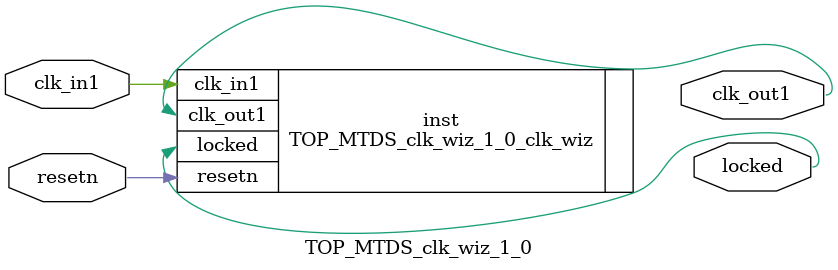
<source format=v>


`timescale 1ps/1ps

(* CORE_GENERATION_INFO = "TOP_MTDS_clk_wiz_1_0,clk_wiz_v6_0_9_0_0,{component_name=TOP_MTDS_clk_wiz_1_0,use_phase_alignment=true,use_min_o_jitter=false,use_max_i_jitter=false,use_dyn_phase_shift=false,use_inclk_switchover=false,use_dyn_reconfig=false,enable_axi=0,feedback_source=FDBK_AUTO,PRIMITIVE=MMCM,num_out_clk=1,clkin1_period=10.000,clkin2_period=10.000,use_power_down=false,use_reset=true,use_locked=true,use_inclk_stopped=false,feedback_type=SINGLE,CLOCK_MGR_TYPE=NA,manual_override=false}" *)

module TOP_MTDS_clk_wiz_1_0 
 (
  // Clock out ports
  output        clk_out1,
  // Status and control signals
  input         resetn,
  output        locked,
 // Clock in ports
  input         clk_in1
 );

  TOP_MTDS_clk_wiz_1_0_clk_wiz inst
  (
  // Clock out ports  
  .clk_out1(clk_out1),
  // Status and control signals               
  .resetn(resetn), 
  .locked(locked),
 // Clock in ports
  .clk_in1(clk_in1)
  );

endmodule

</source>
